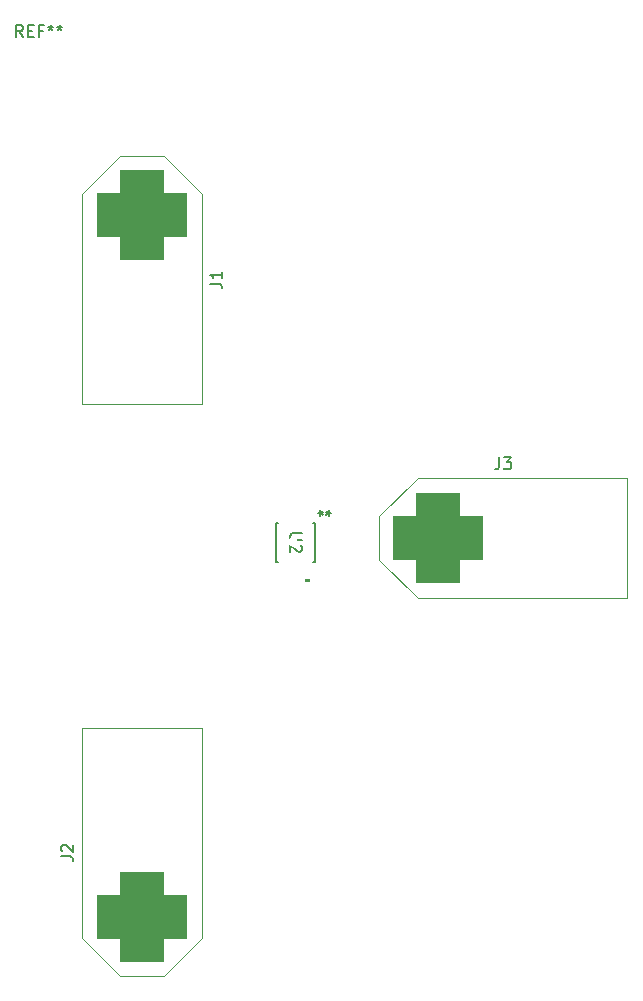
<source format=gto>
G04 #@! TF.GenerationSoftware,KiCad,Pcbnew,7.0.1*
G04 #@! TF.CreationDate,2023-04-06T11:57:38-07:00*
G04 #@! TF.ProjectId,rps01,72707330-312e-46b6-9963-61645f706362,0*
G04 #@! TF.SameCoordinates,Original*
G04 #@! TF.FileFunction,Legend,Top*
G04 #@! TF.FilePolarity,Positive*
%FSLAX46Y46*%
G04 Gerber Fmt 4.6, Leading zero omitted, Abs format (unit mm)*
G04 Created by KiCad (PCBNEW 7.0.1) date 2023-04-06 11:57:38*
%MOMM*%
%LPD*%
G01*
G04 APERTURE LIST*
G04 Aperture macros list*
%AMRoundRect*
0 Rectangle with rounded corners*
0 $1 Rounding radius*
0 $2 $3 $4 $5 $6 $7 $8 $9 X,Y pos of 4 corners*
0 Add a 4 corners polygon primitive as box body*
4,1,4,$2,$3,$4,$5,$6,$7,$8,$9,$2,$3,0*
0 Add four circle primitives for the rounded corners*
1,1,$1+$1,$2,$3*
1,1,$1+$1,$4,$5*
1,1,$1+$1,$6,$7*
1,1,$1+$1,$8,$9*
0 Add four rect primitives between the rounded corners*
20,1,$1+$1,$2,$3,$4,$5,0*
20,1,$1+$1,$4,$5,$6,$7,0*
20,1,$1+$1,$6,$7,$8,$9,0*
20,1,$1+$1,$8,$9,$2,$3,0*%
G04 Aperture macros list end*
%ADD10C,0.150000*%
%ADD11C,0.120000*%
%ADD12C,0.152400*%
%ADD13RoundRect,1.900000X1.900000X-1.900000X1.900000X1.900000X-1.900000X1.900000X-1.900000X-1.900000X0*%
%ADD14C,7.600000*%
%ADD15R,0.279400X1.333500*%
%ADD16RoundRect,1.900000X-1.900000X1.900000X-1.900000X-1.900000X1.900000X-1.900000X1.900000X1.900000X0*%
%ADD17RoundRect,1.900000X-1.900000X-1.900000X1.900000X-1.900000X1.900000X1.900000X-1.900000X1.900000X0*%
%ADD18C,0.800000*%
G04 APERTURE END LIST*
D10*
X15912619Y-82833333D02*
X16626904Y-82833333D01*
X16626904Y-82833333D02*
X16769761Y-82880952D01*
X16769761Y-82880952D02*
X16865000Y-82976190D01*
X16865000Y-82976190D02*
X16912619Y-83119047D01*
X16912619Y-83119047D02*
X16912619Y-83214285D01*
X16007857Y-82404761D02*
X15960238Y-82357142D01*
X15960238Y-82357142D02*
X15912619Y-82261904D01*
X15912619Y-82261904D02*
X15912619Y-82023809D01*
X15912619Y-82023809D02*
X15960238Y-81928571D01*
X15960238Y-81928571D02*
X16007857Y-81880952D01*
X16007857Y-81880952D02*
X16103095Y-81833333D01*
X16103095Y-81833333D02*
X16198333Y-81833333D01*
X16198333Y-81833333D02*
X16341190Y-81880952D01*
X16341190Y-81880952D02*
X16912619Y-82452380D01*
X16912619Y-82452380D02*
X16912619Y-81833333D01*
X12666666Y-13442619D02*
X12333333Y-12966428D01*
X12095238Y-13442619D02*
X12095238Y-12442619D01*
X12095238Y-12442619D02*
X12476190Y-12442619D01*
X12476190Y-12442619D02*
X12571428Y-12490238D01*
X12571428Y-12490238D02*
X12619047Y-12537857D01*
X12619047Y-12537857D02*
X12666666Y-12633095D01*
X12666666Y-12633095D02*
X12666666Y-12775952D01*
X12666666Y-12775952D02*
X12619047Y-12871190D01*
X12619047Y-12871190D02*
X12571428Y-12918809D01*
X12571428Y-12918809D02*
X12476190Y-12966428D01*
X12476190Y-12966428D02*
X12095238Y-12966428D01*
X13095238Y-12918809D02*
X13428571Y-12918809D01*
X13571428Y-13442619D02*
X13095238Y-13442619D01*
X13095238Y-13442619D02*
X13095238Y-12442619D01*
X13095238Y-12442619D02*
X13571428Y-12442619D01*
X14333333Y-12918809D02*
X14000000Y-12918809D01*
X14000000Y-13442619D02*
X14000000Y-12442619D01*
X14000000Y-12442619D02*
X14476190Y-12442619D01*
X15000000Y-12442619D02*
X15000000Y-12680714D01*
X14761905Y-12585476D02*
X15000000Y-12680714D01*
X15000000Y-12680714D02*
X15238095Y-12585476D01*
X14857143Y-12871190D02*
X15000000Y-12680714D01*
X15000000Y-12680714D02*
X15142857Y-12871190D01*
X15761905Y-12442619D02*
X15761905Y-12680714D01*
X15523810Y-12585476D02*
X15761905Y-12680714D01*
X15761905Y-12680714D02*
X16000000Y-12585476D01*
X15619048Y-12871190D02*
X15761905Y-12680714D01*
X15761905Y-12680714D02*
X15904762Y-12871190D01*
X36287380Y-55488095D02*
X35477857Y-55488095D01*
X35477857Y-55488095D02*
X35382619Y-55535714D01*
X35382619Y-55535714D02*
X35335000Y-55583333D01*
X35335000Y-55583333D02*
X35287380Y-55678571D01*
X35287380Y-55678571D02*
X35287380Y-55869047D01*
X35287380Y-55869047D02*
X35335000Y-55964285D01*
X35335000Y-55964285D02*
X35382619Y-56011904D01*
X35382619Y-56011904D02*
X35477857Y-56059523D01*
X35477857Y-56059523D02*
X36287380Y-56059523D01*
X36192142Y-56488095D02*
X36239761Y-56535714D01*
X36239761Y-56535714D02*
X36287380Y-56630952D01*
X36287380Y-56630952D02*
X36287380Y-56869047D01*
X36287380Y-56869047D02*
X36239761Y-56964285D01*
X36239761Y-56964285D02*
X36192142Y-57011904D01*
X36192142Y-57011904D02*
X36096904Y-57059523D01*
X36096904Y-57059523D02*
X36001666Y-57059523D01*
X36001666Y-57059523D02*
X35858809Y-57011904D01*
X35858809Y-57011904D02*
X35287380Y-56440476D01*
X35287380Y-56440476D02*
X35287380Y-57059523D01*
X37635779Y-53779849D02*
X37873874Y-53779849D01*
X37778636Y-54017944D02*
X37873874Y-53779849D01*
X37873874Y-53779849D02*
X37778636Y-53541754D01*
X38064350Y-53922706D02*
X37873874Y-53779849D01*
X37873874Y-53779849D02*
X38064350Y-53636992D01*
X38710540Y-53779850D02*
X38472445Y-53779850D01*
X38567683Y-53541755D02*
X38472445Y-53779850D01*
X38472445Y-53779850D02*
X38567683Y-54017945D01*
X38281969Y-53636993D02*
X38472445Y-53779850D01*
X38472445Y-53779850D02*
X38281969Y-53922707D01*
X28512619Y-34333333D02*
X29226904Y-34333333D01*
X29226904Y-34333333D02*
X29369761Y-34380952D01*
X29369761Y-34380952D02*
X29465000Y-34476190D01*
X29465000Y-34476190D02*
X29512619Y-34619047D01*
X29512619Y-34619047D02*
X29512619Y-34714285D01*
X29512619Y-33333333D02*
X29512619Y-33904761D01*
X29512619Y-33619047D02*
X28512619Y-33619047D01*
X28512619Y-33619047D02*
X28655476Y-33714285D01*
X28655476Y-33714285D02*
X28750714Y-33809523D01*
X28750714Y-33809523D02*
X28798333Y-33904761D01*
X53006666Y-49042619D02*
X53006666Y-49756904D01*
X53006666Y-49756904D02*
X52959047Y-49899761D01*
X52959047Y-49899761D02*
X52863809Y-49995000D01*
X52863809Y-49995000D02*
X52720952Y-50042619D01*
X52720952Y-50042619D02*
X52625714Y-50042619D01*
X53387619Y-49042619D02*
X54006666Y-49042619D01*
X54006666Y-49042619D02*
X53673333Y-49423571D01*
X53673333Y-49423571D02*
X53816190Y-49423571D01*
X53816190Y-49423571D02*
X53911428Y-49471190D01*
X53911428Y-49471190D02*
X53959047Y-49518809D01*
X53959047Y-49518809D02*
X54006666Y-49614047D01*
X54006666Y-49614047D02*
X54006666Y-49852142D01*
X54006666Y-49852142D02*
X53959047Y-49947380D01*
X53959047Y-49947380D02*
X53911428Y-49995000D01*
X53911428Y-49995000D02*
X53816190Y-50042619D01*
X53816190Y-50042619D02*
X53530476Y-50042619D01*
X53530476Y-50042619D02*
X53435238Y-49995000D01*
X53435238Y-49995000D02*
X53387619Y-49947380D01*
D11*
X20850000Y-93000000D02*
X24650000Y-93000000D01*
X24650000Y-93000000D02*
X27800000Y-89750000D01*
X17700000Y-89750000D02*
X20850000Y-93000000D01*
X27800000Y-89750000D02*
X27800000Y-72000000D01*
X17700000Y-72000000D02*
X17700000Y-89750000D01*
X27800000Y-72000000D02*
X17700000Y-72000000D01*
D12*
X37426400Y-54573600D02*
X37223200Y-54573600D01*
X34276800Y-54573600D02*
X34073600Y-54573600D01*
X34073600Y-54573600D02*
X34073600Y-57926400D01*
X37426400Y-57926400D02*
X37426400Y-54573600D01*
X37223200Y-57926400D02*
X37426400Y-57926400D01*
X34073600Y-57926400D02*
X34276800Y-57926400D01*
G36*
X36941260Y-59640900D02*
G01*
X36560260Y-59640900D01*
X36560260Y-59386900D01*
X36941260Y-59386900D01*
X36941260Y-59640900D01*
G37*
D11*
X24650000Y-23500000D02*
X20850000Y-23500000D01*
X20850000Y-23500000D02*
X17700000Y-26750000D01*
X27800000Y-26750000D02*
X24650000Y-23500000D01*
X17700000Y-26750000D02*
X17700000Y-44500000D01*
X27800000Y-44500000D02*
X27800000Y-26750000D01*
X17700000Y-44500000D02*
X27800000Y-44500000D01*
X42840000Y-53980000D02*
X42840000Y-57780000D01*
X42840000Y-57780000D02*
X46090000Y-60930000D01*
X46090000Y-50830000D02*
X42840000Y-53980000D01*
X46090000Y-60930000D02*
X63840000Y-60930000D01*
X63840000Y-50830000D02*
X46090000Y-50830000D01*
X63840000Y-60930000D02*
X63840000Y-50830000D01*
%LPC*%
D13*
X22750000Y-88000000D03*
D14*
X22750000Y-77000000D03*
D15*
X36750760Y-54033850D03*
X36250380Y-54033850D03*
X35750000Y-54033850D03*
X35249620Y-54033850D03*
X34749240Y-54033850D03*
X34749240Y-58466150D03*
X35249620Y-58466150D03*
X35750000Y-58466150D03*
X36250380Y-58466150D03*
X36750760Y-58466150D03*
D16*
X22750000Y-28500000D03*
D14*
X22750000Y-39500000D03*
D17*
X47840000Y-55880000D03*
D14*
X58840000Y-55880000D03*
D18*
X15500000Y-56250000D03*
X35500000Y-56250000D03*
X32750000Y-30750000D03*
X33000000Y-46000000D03*
X37750000Y-35750000D03*
X32500000Y-35250000D03*
X37750000Y-30750000D03*
X35250000Y-33000000D03*
X35000000Y-44000000D03*
X33000000Y-42250000D03*
X37250000Y-46000000D03*
X37250000Y-42250000D03*
X35250000Y-60250000D03*
X35000000Y-71250000D03*
X32250000Y-81000000D03*
X32250000Y-68500000D03*
X37750000Y-68500000D03*
X32000000Y-86500000D03*
X37750000Y-73750000D03*
X32000000Y-73750000D03*
X37500000Y-86500000D03*
X38250000Y-80750000D03*
X35000000Y-84000000D03*
X45172200Y-81460000D03*
X45172200Y-68580000D03*
X45172200Y-41460000D03*
X45172200Y-30480000D03*
M02*

</source>
